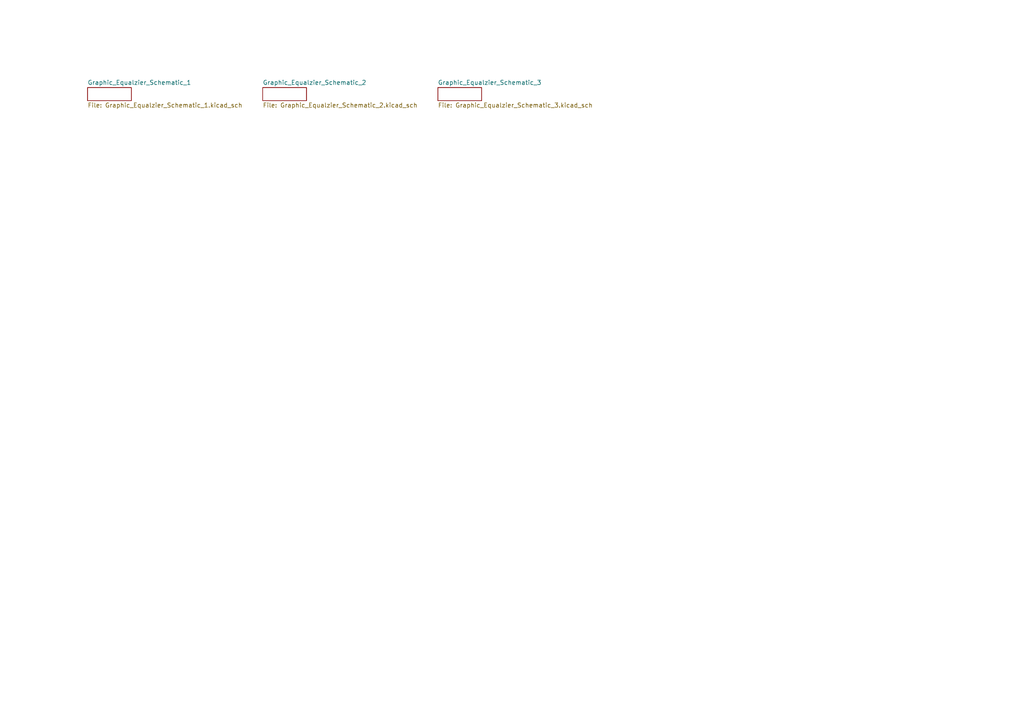
<source format=kicad_sch>
(kicad_sch (version 20211123) (generator eeschema)

  (uuid ce83728b-bebd-48c2-8734-b6a50d837931)

  (paper "A4")

  (lib_symbols
  )


  (sheet (at 25.4 25.4) (size 12.7 3.81) (fields_autoplaced)
    (stroke (width 0) (type solid) (color 0 0 0 0))
    (fill (color 0 0 0 0.0000))
    (uuid 00000000-0000-0000-0000-000061059fc9)
    (property "Sheet name" "Graphic_Equalzier_Schematic_1" (id 0) (at 25.4 24.6884 0)
      (effects (font (size 1.27 1.27)) (justify left bottom))
    )
    (property "Sheet file" "Graphic_Equalzier_Schematic_1.kicad_sch" (id 1) (at 25.4 29.7946 0)
      (effects (font (size 1.27 1.27)) (justify left top))
    )
  )

  (sheet (at 76.2 25.4) (size 12.7 3.81) (fields_autoplaced)
    (stroke (width 0) (type solid) (color 0 0 0 0))
    (fill (color 0 0 0 0.0000))
    (uuid 00000000-0000-0000-0000-00006105a17d)
    (property "Sheet name" "Graphic_Equalzier_Schematic_2" (id 0) (at 76.2 24.6884 0)
      (effects (font (size 1.27 1.27)) (justify left bottom))
    )
    (property "Sheet file" "Graphic_Equalzier_Schematic_2.kicad_sch" (id 1) (at 76.2 29.7946 0)
      (effects (font (size 1.27 1.27)) (justify left top))
    )
  )

  (sheet (at 127 25.4) (size 12.7 3.81) (fields_autoplaced)
    (stroke (width 0) (type solid) (color 0 0 0 0))
    (fill (color 0 0 0 0.0000))
    (uuid 00000000-0000-0000-0000-00006105a7d2)
    (property "Sheet name" "Graphic_Equalzier_Schematic_3" (id 0) (at 127 24.6884 0)
      (effects (font (size 1.27 1.27)) (justify left bottom))
    )
    (property "Sheet file" "Graphic_Equalzier_Schematic_3.kicad_sch" (id 1) (at 127 29.7946 0)
      (effects (font (size 1.27 1.27)) (justify left top))
    )
  )

  (sheet_instances
    (path "/" (page "1"))
    (path "/00000000-0000-0000-0000-000061059fc9" (page "2"))
    (path "/00000000-0000-0000-0000-00006105a17d" (page "3"))
    (path "/00000000-0000-0000-0000-00006105a7d2" (page "4"))
  )

  (symbol_instances
    (path "/00000000-0000-0000-0000-000061059fc9/00000000-0000-0000-0000-0000f54a36b8"
      (reference "#SUPPLY01") (unit 1) (value "VCC") (footprint "")
    )
    (path "/00000000-0000-0000-0000-000061059fc9/00000000-0000-0000-0000-000019032892"
      (reference "#SUPPLY02") (unit 1) (value "GND") (footprint "")
    )
    (path "/00000000-0000-0000-0000-000061059fc9/00000000-0000-0000-0000-00004f8e092b"
      (reference "#SUPPLY03") (unit 1) (value "GND") (footprint "")
    )
    (path "/00000000-0000-0000-0000-000061059fc9/00000000-0000-0000-0000-00001c9152c2"
      (reference "#SUPPLY04") (unit 1) (value "GND") (footprint "")
    )
    (path "/00000000-0000-0000-0000-000061059fc9/00000000-0000-0000-0000-000020b1ddde"
      (reference "#SUPPLY05") (unit 1) (value "VCC") (footprint "")
    )
    (path "/00000000-0000-0000-0000-000061059fc9/00000000-0000-0000-0000-0000a7cd5eb6"
      (reference "#SUPPLY06") (unit 1) (value "VCC") (footprint "")
    )
    (path "/00000000-0000-0000-0000-000061059fc9/00000000-0000-0000-0000-00002907e397"
      (reference "#SUPPLY07") (unit 1) (value "GND") (footprint "")
    )
    (path "/00000000-0000-0000-0000-000061059fc9/00000000-0000-0000-0000-000039566f8a"
      (reference "#SUPPLY08") (unit 1) (value "GND") (footprint "")
    )
    (path "/00000000-0000-0000-0000-000061059fc9/00000000-0000-0000-0000-0000b8640d54"
      (reference "#SUPPLY09") (unit 1) (value "GND") (footprint "")
    )
    (path "/00000000-0000-0000-0000-000061059fc9/00000000-0000-0000-0000-000028999800"
      (reference "#SUPPLY010") (unit 1) (value "VCC") (footprint "")
    )
    (path "/00000000-0000-0000-0000-000061059fc9/00000000-0000-0000-0000-0000e0b04c0e"
      (reference "#SUPPLY011") (unit 1) (value "GND") (footprint "")
    )
    (path "/00000000-0000-0000-0000-000061059fc9/00000000-0000-0000-0000-000031c2c8a5"
      (reference "#SUPPLY012") (unit 1) (value "GND") (footprint "")
    )
    (path "/00000000-0000-0000-0000-000061059fc9/00000000-0000-0000-0000-00008d803956"
      (reference "#SUPPLY013") (unit 1) (value "GND") (footprint "")
    )
    (path "/00000000-0000-0000-0000-000061059fc9/00000000-0000-0000-0000-0000c4643c99"
      (reference "#SUPPLY014") (unit 1) (value "GND") (footprint "")
    )
    (path "/00000000-0000-0000-0000-00006105a17d/00000000-0000-0000-0000-00002739b52f"
      (reference "#SUPPLY015") (unit 1) (value "VCC") (footprint "")
    )
    (path "/00000000-0000-0000-0000-00006105a17d/00000000-0000-0000-0000-000086f85ee9"
      (reference "#SUPPLY016") (unit 1) (value "GND") (footprint "")
    )
    (path "/00000000-0000-0000-0000-00006105a17d/00000000-0000-0000-0000-000026b7fe90"
      (reference "#SUPPLY017") (unit 1) (value "GND") (footprint "")
    )
    (path "/00000000-0000-0000-0000-00006105a17d/00000000-0000-0000-0000-0000c00d883a"
      (reference "#SUPPLY018") (unit 1) (value "GND") (footprint "")
    )
    (path "/00000000-0000-0000-0000-00006105a17d/00000000-0000-0000-0000-00009765d681"
      (reference "#SUPPLY019") (unit 1) (value "GND") (footprint "")
    )
    (path "/00000000-0000-0000-0000-00006105a17d/00000000-0000-0000-0000-000074256ee2"
      (reference "#SUPPLY020") (unit 1) (value "GND") (footprint "")
    )
    (path "/00000000-0000-0000-0000-00006105a17d/00000000-0000-0000-0000-00005f7bb948"
      (reference "#SUPPLY021") (unit 1) (value "VCC") (footprint "")
    )
    (path "/00000000-0000-0000-0000-00006105a17d/00000000-0000-0000-0000-000015c4ecc7"
      (reference "#SUPPLY022") (unit 1) (value "GND") (footprint "")
    )
    (path "/00000000-0000-0000-0000-00006105a17d/00000000-0000-0000-0000-0000f460be83"
      (reference "#SUPPLY023") (unit 1) (value "GND") (footprint "")
    )
    (path "/00000000-0000-0000-0000-00006105a17d/00000000-0000-0000-0000-000029bdd468"
      (reference "#SUPPLY024") (unit 1) (value "GND") (footprint "")
    )
    (path "/00000000-0000-0000-0000-00006105a17d/00000000-0000-0000-0000-0000517fcee6"
      (reference "#SUPPLY025") (unit 1) (value "GND") (footprint "")
    )
    (path "/00000000-0000-0000-0000-00006105a17d/00000000-0000-0000-0000-0000cb2ee093"
      (reference "#SUPPLY026") (unit 1) (value "GND") (footprint "")
    )
    (path "/00000000-0000-0000-0000-00006105a17d/00000000-0000-0000-0000-000019aa1eb1"
      (reference "#SUPPLY027") (unit 1) (value "VCC") (footprint "")
    )
    (path "/00000000-0000-0000-0000-00006105a17d/00000000-0000-0000-0000-0000390f8b27"
      (reference "#SUPPLY028") (unit 1) (value "GND") (footprint "")
    )
    (path "/00000000-0000-0000-0000-00006105a17d/00000000-0000-0000-0000-0000d637372c"
      (reference "#SUPPLY029") (unit 1) (value "GND") (footprint "")
    )
    (path "/00000000-0000-0000-0000-00006105a17d/00000000-0000-0000-0000-0000065db38d"
      (reference "#SUPPLY030") (unit 1) (value "GND") (footprint "")
    )
    (path "/00000000-0000-0000-0000-00006105a17d/00000000-0000-0000-0000-0000668ee308"
      (reference "#SUPPLY031") (unit 1) (value "GND") (footprint "")
    )
    (path "/00000000-0000-0000-0000-00006105a17d/00000000-0000-0000-0000-0000ed223f71"
      (reference "#SUPPLY032") (unit 1) (value "GND") (footprint "")
    )
    (path "/00000000-0000-0000-0000-00006105a17d/00000000-0000-0000-0000-0000c39e5e7f"
      (reference "#SUPPLY033") (unit 1) (value "VCC") (footprint "")
    )
    (path "/00000000-0000-0000-0000-00006105a17d/00000000-0000-0000-0000-0000e0252ff9"
      (reference "#SUPPLY034") (unit 1) (value "GND") (footprint "")
    )
    (path "/00000000-0000-0000-0000-00006105a17d/00000000-0000-0000-0000-0000c61ee066"
      (reference "#SUPPLY035") (unit 1) (value "GND") (footprint "")
    )
    (path "/00000000-0000-0000-0000-00006105a17d/00000000-0000-0000-0000-0000e3e40b96"
      (reference "#SUPPLY036") (unit 1) (value "GND") (footprint "")
    )
    (path "/00000000-0000-0000-0000-00006105a17d/00000000-0000-0000-0000-0000be152a2a"
      (reference "#SUPPLY037") (unit 1) (value "GND") (footprint "")
    )
    (path "/00000000-0000-0000-0000-00006105a17d/00000000-0000-0000-0000-000005643bc3"
      (reference "#SUPPLY038") (unit 1) (value "GND") (footprint "")
    )
    (path "/00000000-0000-0000-0000-00006105a7d2/00000000-0000-0000-0000-00009cd1bb76"
      (reference "#SUPPLY039") (unit 1) (value "VCC") (footprint "")
    )
    (path "/00000000-0000-0000-0000-00006105a7d2/00000000-0000-0000-0000-00009a077208"
      (reference "#SUPPLY040") (unit 1) (value "GND") (footprint "")
    )
    (path "/00000000-0000-0000-0000-00006105a7d2/00000000-0000-0000-0000-00004a937d01"
      (reference "#SUPPLY042") (unit 1) (value "GND") (footprint "")
    )
    (path "/00000000-0000-0000-0000-00006105a7d2/00000000-0000-0000-0000-0000714e506a"
      (reference "#SUPPLY044") (unit 1) (value "VCC") (footprint "")
    )
    (path "/00000000-0000-0000-0000-00006105a7d2/00000000-0000-0000-0000-00006114ff86"
      (reference "#SUPPLY0101") (unit 1) (value "GND") (footprint "")
    )
    (path "/00000000-0000-0000-0000-000061059fc9/00000000-0000-0000-0000-00006120cc91"
      (reference "2.5V1") (unit 1) (value "TestPoint") (footprint "TestPoint:TestPoint_THTPad_D2.0mm_Drill1.0mm")
    )
    (path "/00000000-0000-0000-0000-000061059fc9/00000000-0000-0000-0000-000024f56349"
      (reference "C1") (unit 1) (value "C-USC0805") (footprint "Graphic_Equalzier_Schematic:C0805")
    )
    (path "/00000000-0000-0000-0000-000061059fc9/00000000-0000-0000-0000-00004071d1f9"
      (reference "C2") (unit 1) (value "C-USC0805") (footprint "Graphic_Equalzier_Schematic:C0805")
    )
    (path "/00000000-0000-0000-0000-000061059fc9/00000000-0000-0000-0000-000000cb58e1"
      (reference "C3") (unit 1) (value "C-USC0805") (footprint "Graphic_Equalzier_Schematic:C0805")
    )
    (path "/00000000-0000-0000-0000-000061059fc9/00000000-0000-0000-0000-00008b5ad75a"
      (reference "C4") (unit 1) (value "C-USC0805") (footprint "Graphic_Equalzier_Schematic:C0805")
    )
    (path "/00000000-0000-0000-0000-00006105a17d/00000000-0000-0000-0000-0000a35c59bc"
      (reference "C5") (unit 1) (value ".01u") (footprint "Graphic_Equalzier_Schematic:C0805")
    )
    (path "/00000000-0000-0000-0000-00006105a17d/00000000-0000-0000-0000-00000cfd014e"
      (reference "C6") (unit 1) (value ".01u") (footprint "Graphic_Equalzier_Schematic:C0805")
    )
    (path "/00000000-0000-0000-0000-00006105a17d/00000000-0000-0000-0000-000049f108fa"
      (reference "C7") (unit 1) (value "22u") (footprint "Graphic_Equalzier_Schematic:C0805")
    )
    (path "/00000000-0000-0000-0000-00006105a17d/00000000-0000-0000-0000-00002f4b506d"
      (reference "C8") (unit 1) (value ".01u") (footprint "Graphic_Equalzier_Schematic:C0805")
    )
    (path "/00000000-0000-0000-0000-000061059fc9/00000000-0000-0000-0000-00007d4536d2"
      (reference "C9") (unit 1) (value "C-USC0805") (footprint "Graphic_Equalzier_Schematic:C0805")
    )
    (path "/00000000-0000-0000-0000-00006105a17d/00000000-0000-0000-0000-0000e6471815"
      (reference "C10") (unit 1) (value ".01u") (footprint "Graphic_Equalzier_Schematic:C0805")
    )
    (path "/00000000-0000-0000-0000-00006105a17d/00000000-0000-0000-0000-0000dc2bcd37"
      (reference "C11") (unit 1) (value ".01u") (footprint "Graphic_Equalzier_Schematic:C0805")
    )
    (path "/00000000-0000-0000-0000-00006105a17d/00000000-0000-0000-0000-0000c9f266b1"
      (reference "C12") (unit 1) (value "22u") (footprint "Graphic_Equalzier_Schematic:C0805")
    )
    (path "/00000000-0000-0000-0000-00006105a17d/00000000-0000-0000-0000-0000e10cb6a7"
      (reference "C13") (unit 1) (value ".01u") (footprint "Graphic_Equalzier_Schematic:C0805")
    )
    (path "/00000000-0000-0000-0000-00006105a17d/00000000-0000-0000-0000-00009d093897"
      (reference "C14") (unit 1) (value ".02u") (footprint "Graphic_Equalzier_Schematic:C0805")
    )
    (path "/00000000-0000-0000-0000-00006105a17d/00000000-0000-0000-0000-00004ef73ec9"
      (reference "C15") (unit 1) (value ".02u") (footprint "Graphic_Equalzier_Schematic:C0805")
    )
    (path "/00000000-0000-0000-0000-00006105a17d/00000000-0000-0000-0000-0000d5459529"
      (reference "C16") (unit 1) (value "22u") (footprint "Graphic_Equalzier_Schematic:C0805")
    )
    (path "/00000000-0000-0000-0000-00006105a17d/00000000-0000-0000-0000-0000ce46cd9a"
      (reference "C17") (unit 1) (value ".01u") (footprint "Graphic_Equalzier_Schematic:C0805")
    )
    (path "/00000000-0000-0000-0000-00006105a17d/00000000-0000-0000-0000-000015f8a7ba"
      (reference "C18") (unit 1) (value ".02u") (footprint "Graphic_Equalzier_Schematic:C0805")
    )
    (path "/00000000-0000-0000-0000-00006105a17d/00000000-0000-0000-0000-0000bea4d22f"
      (reference "C19") (unit 1) (value ".02u") (footprint "Graphic_Equalzier_Schematic:C0805")
    )
    (path "/00000000-0000-0000-0000-00006105a17d/00000000-0000-0000-0000-0000fc099bd3"
      (reference "C20") (unit 1) (value "22u") (footprint "Graphic_Equalzier_Schematic:C0805")
    )
    (path "/00000000-0000-0000-0000-00006105a17d/00000000-0000-0000-0000-0000a03cf4b5"
      (reference "C21") (unit 1) (value ".01u") (footprint "Graphic_Equalzier_Schematic:C0805")
    )
    (path "/00000000-0000-0000-0000-00006105a17d/00000000-0000-0000-0000-00008d048e76"
      (reference "C22") (unit 1) (value ".1u") (footprint "Graphic_Equalzier_Schematic:C0805")
    )
    (path "/00000000-0000-0000-0000-00006105a17d/00000000-0000-0000-0000-0000bef2916d"
      (reference "C23") (unit 1) (value ".1u") (footprint "Graphic_Equalzier_Schematic:C0805")
    )
    (path "/00000000-0000-0000-0000-00006105a17d/00000000-0000-0000-0000-00005a0a058d"
      (reference "C24") (unit 1) (value "22u") (footprint "Graphic_Equalzier_Schematic:C0805")
    )
    (path "/00000000-0000-0000-0000-00006105a17d/00000000-0000-0000-0000-00007205dfeb"
      (reference "C25") (unit 1) (value ".01u") (footprint "Graphic_Equalzier_Schematic:C0805")
    )
    (path "/00000000-0000-0000-0000-00006105a17d/00000000-0000-0000-0000-000023f321d9"
      (reference "C26") (unit 1) (value ".1u") (footprint "Graphic_Equalzier_Schematic:C0805")
    )
    (path "/00000000-0000-0000-0000-00006105a17d/00000000-0000-0000-0000-0000e408d1c4"
      (reference "C27") (unit 1) (value ".1u") (footprint "Graphic_Equalzier_Schematic:C0805")
    )
    (path "/00000000-0000-0000-0000-00006105a17d/00000000-0000-0000-0000-000086cf5ce3"
      (reference "C28") (unit 1) (value "22u") (footprint "Graphic_Equalzier_Schematic:C0805")
    )
    (path "/00000000-0000-0000-0000-00006105a17d/00000000-0000-0000-0000-000091f76140"
      (reference "C29") (unit 1) (value ".01u") (footprint "Graphic_Equalzier_Schematic:C0805")
    )
    (path "/00000000-0000-0000-0000-00006105a17d/00000000-0000-0000-0000-00003d2ccf2a"
      (reference "C30") (unit 1) (value ".1u") (footprint "Graphic_Equalzier_Schematic:C0805")
    )
    (path "/00000000-0000-0000-0000-00006105a17d/00000000-0000-0000-0000-00002af47781"
      (reference "C31") (unit 1) (value ".1u") (footprint "Graphic_Equalzier_Schematic:C0805")
    )
    (path "/00000000-0000-0000-0000-00006105a17d/00000000-0000-0000-0000-0000dbe20bf3"
      (reference "C32") (unit 1) (value "22u") (footprint "Graphic_Equalzier_Schematic:C0805")
    )
    (path "/00000000-0000-0000-0000-00006105a17d/00000000-0000-0000-0000-0000e6289810"
      (reference "C33") (unit 1) (value ".01u") (footprint "Graphic_Equalzier_Schematic:C0805")
    )
    (path "/00000000-0000-0000-0000-00006105a17d/00000000-0000-0000-0000-000073ea128d"
      (reference "C34") (unit 1) (value "1u") (footprint "Graphic_Equalzier_Schematic:C0805")
    )
    (path "/00000000-0000-0000-0000-00006105a17d/00000000-0000-0000-0000-00001cd19cfb"
      (reference "C35") (unit 1) (value "1u") (footprint "Graphic_Equalzier_Schematic:C0805")
    )
    (path "/00000000-0000-0000-0000-00006105a17d/00000000-0000-0000-0000-000074261c1f"
      (reference "C36") (unit 1) (value "22u") (footprint "Graphic_Equalzier_Schematic:C0805")
    )
    (path "/00000000-0000-0000-0000-00006105a17d/00000000-0000-0000-0000-00000c26a818"
      (reference "C37") (unit 1) (value ".01u") (footprint "Graphic_Equalzier_Schematic:C0805")
    )
    (path "/00000000-0000-0000-0000-00006105a17d/00000000-0000-0000-0000-0000612b6a85"
      (reference "C38") (unit 1) (value ".1u") (footprint "Graphic_Equalzier_Schematic:C0805")
    )
    (path "/00000000-0000-0000-0000-00006105a17d/00000000-0000-0000-0000-0000612c0872"
      (reference "C39") (unit 1) (value ".1u") (footprint "Graphic_Equalzier_Schematic:C0805")
    )
    (path "/00000000-0000-0000-0000-00006105a17d/00000000-0000-0000-0000-0000c78c3fbd"
      (reference "D1") (unit 1) (value "BAT54W-HG3-18") (footprint "Graphic_Equalzier_Schematic:SOD3716X135N")
    )
    (path "/00000000-0000-0000-0000-00006105a17d/00000000-0000-0000-0000-00000cade672"
      (reference "D2") (unit 1) (value "BAT54W-HG3-18") (footprint "Graphic_Equalzier_Schematic:SOD3716X135N")
    )
    (path "/00000000-0000-0000-0000-00006105a17d/00000000-0000-0000-0000-000093886c31"
      (reference "D3") (unit 1) (value "BAT54W-HG3-18") (footprint "Graphic_Equalzier_Schematic:SOD3716X135N")
    )
    (path "/00000000-0000-0000-0000-00006105a17d/00000000-0000-0000-0000-000004403a79"
      (reference "D4") (unit 1) (value "BAT54W-HG3-18") (footprint "Graphic_Equalzier_Schematic:SOD3716X135N")
    )
    (path "/00000000-0000-0000-0000-00006105a17d/00000000-0000-0000-0000-0000a8f36fed"
      (reference "D5") (unit 1) (value "BAT54W-HG3-18") (footprint "Graphic_Equalzier_Schematic:SOD3716X135N")
    )
    (path "/00000000-0000-0000-0000-00006105a17d/00000000-0000-0000-0000-00008d7f21e8"
      (reference "D6") (unit 1) (value "BAT54W-HG3-18") (footprint "Graphic_Equalzier_Schematic:SOD3716X135N")
    )
    (path "/00000000-0000-0000-0000-00006105a17d/00000000-0000-0000-0000-000011f28fee"
      (reference "D7") (unit 1) (value "BAT54W-HG3-18") (footprint "Graphic_Equalzier_Schematic:SOD3716X135N")
    )
    (path "/00000000-0000-0000-0000-00006105a17d/00000000-0000-0000-0000-000054b076e9"
      (reference "D8") (unit 1) (value "BAT54W-HG3-18") (footprint "Graphic_Equalzier_Schematic:SOD3716X135N")
    )
    (path "/00000000-0000-0000-0000-00006105a7d2/00000000-0000-0000-0000-0000c1877c4d"
      (reference "D9") (unit 1) (value "MMBD101LT1G") (footprint "Graphic_Equalzier_Schematic:SOT96P237X111-3N")
    )
    (path "/00000000-0000-0000-0000-00006105a7d2/00000000-0000-0000-0000-00008b1af466"
      (reference "D10") (unit 1) (value "MMBD101LT1G") (footprint "Graphic_Equalzier_Schematic:SOT96P237X111-3N")
    )
    (path "/00000000-0000-0000-0000-00006105a7d2/00000000-0000-0000-0000-0000ab7a9e27"
      (reference "D11") (unit 1) (value "MMBD101LT1G") (footprint "Graphic_Equalzier_Schematic:SOT96P237X111-3N")
    )
    (path "/00000000-0000-0000-0000-00006105a7d2/00000000-0000-0000-0000-0000b603868b"
      (reference "D12") (unit 1) (value "MMBD101LT1G") (footprint "Graphic_Equalzier_Schematic:SOT96P237X111-3N")
    )
    (path "/00000000-0000-0000-0000-00006105a7d2/00000000-0000-0000-0000-0000e5dd51dd"
      (reference "D13") (unit 1) (value "MMBD101LT1G") (footprint "Graphic_Equalzier_Schematic:SOT96P237X111-3N")
    )
    (path "/00000000-0000-0000-0000-00006105a7d2/00000000-0000-0000-0000-00002984713a"
      (reference "D14") (unit 1) (value "MMBD101LT1G") (footprint "Graphic_Equalzier_Schematic:SOT96P237X111-3N")
    )
    (path "/00000000-0000-0000-0000-00006105a7d2/00000000-0000-0000-0000-0000093b9cd1"
      (reference "D15") (unit 1) (value "MMBD101LT1G") (footprint "Graphic_Equalzier_Schematic:SOT96P237X111-3N")
    )
    (path "/00000000-0000-0000-0000-00006105a7d2/00000000-0000-0000-0000-00004ab03efc"
      (reference "D16") (unit 1) (value "MMBD101LT1G") (footprint "Graphic_Equalzier_Schematic:SOT96P237X111-3N")
    )
    (path "/00000000-0000-0000-0000-000061059fc9/00000000-0000-0000-0000-00006120bb3c"
      (reference "GND1") (unit 1) (value "TestPoint") (footprint "TestPoint:TestPoint_THTPad_D2.0mm_Drill1.0mm")
    )
    (path "/00000000-0000-0000-0000-000061059fc9/00000000-0000-0000-0000-00006120d711"
      (reference "GND2") (unit 1) (value "TestPoint") (footprint "TestPoint:TestPoint_THTPad_D2.0mm_Drill1.0mm")
    )
    (path "/00000000-0000-0000-0000-000061059fc9/00000000-0000-0000-0000-000022f7723e"
      (reference "IC1") (unit 1) (value "TLV2371IP") (footprint "Graphic_Equalzier_Schematic:DIP794W53P254L959H508Q8N")
    )
    (path "/00000000-0000-0000-0000-000061059fc9/00000000-0000-0000-0000-0000bc34dc86"
      (reference "IC2") (unit 1) (value "MCP1700T-2502E_TT") (footprint "Graphic_Equalzier_Schematic:SOT95P237X112-3N")
    )
    (path "/00000000-0000-0000-0000-000061059fc9/00000000-0000-0000-0000-0000b686635d"
      (reference "IC3") (unit 1) (value "MCP1700T-2502E_TT") (footprint "Graphic_Equalzier_Schematic:SOT95P237X112-3N")
    )
    (path "/00000000-0000-0000-0000-00006105a17d/00000000-0000-0000-0000-0000fa55f29d"
      (reference "IC4") (unit 1) (value "TLV2372IP") (footprint "Graphic_Equalzier_Schematic:DIP794W53P254L959H508Q8N")
    )
    (path "/00000000-0000-0000-0000-00006105a17d/00000000-0000-0000-0000-0000eca671c6"
      (reference "IC5") (unit 1) (value "TLV2372IP") (footprint "Graphic_Equalzier_Schematic:DIP794W53P254L959H508Q8N")
    )
    (path "/00000000-0000-0000-0000-00006105a17d/00000000-0000-0000-0000-00000ee5647e"
      (reference "IC6") (unit 1) (value "TLV2372IP") (footprint "Graphic_Equalzier_Schematic:DIP794W53P254L959H508Q8N")
    )
    (path "/00000000-0000-0000-0000-00006105a17d/00000000-0000-0000-0000-00003268441d"
      (reference "IC7") (unit 1) (value "TLV2372IP") (footprint "Graphic_Equalzier_Schematic:DIP794W53P254L959H508Q8N")
    )
    (path "/00000000-0000-0000-0000-00006105a7d2/00000000-0000-0000-0000-0000f533e679"
      (reference "IC8") (unit 1) (value "MAX4617CPE+") (footprint "Graphic_Equalzier_Schematic:DIP794W56P254L1918H457Q16N")
    )
    (path "/00000000-0000-0000-0000-000061059fc9/00000000-0000-0000-0000-0000449c7c68"
      (reference "J1") (unit 1) (value "SJ1-3523N") (footprint "Graphic_Equalzier_Schematic:SJ13523N")
    )
    (path "/00000000-0000-0000-0000-000061059fc9/00000000-0000-0000-0000-0000c3e76336"
      (reference "J2") (unit 1) (value "SJ1-3523N") (footprint "Graphic_Equalzier_Schematic:SJ13523N")
    )
    (path "/00000000-0000-0000-0000-000061059fc9/00000000-0000-0000-0000-0000b665fda9"
      (reference "J3") (unit 1) (value "10033526-N3212LF") (footprint "Graphic_Equalzier_Schematic:10033526N3212LF")
    )
    (path "/00000000-0000-0000-0000-00006105a17d/00000000-0000-0000-0000-000054673866"
      (reference "R1") (unit 1) (value "4750") (footprint "Graphic_Equalzier_Schematic:R0805")
    )
    (path "/00000000-0000-0000-0000-00006105a17d/00000000-0000-0000-0000-0000855fdfdb"
      (reference "R2") (unit 1) (value "23700") (footprint "Graphic_Equalzier_Schematic:R0805")
    )
    (path "/00000000-0000-0000-0000-00006105a17d/00000000-0000-0000-0000-0000a00bd228"
      (reference "R3") (unit 1) (value "267") (footprint "Graphic_Equalzier_Schematic:R0805")
    )
    (path "/00000000-0000-0000-0000-00006105a17d/00000000-0000-0000-0000-0000ba9f59f4"
      (reference "R4") (unit 1) (value "100k") (footprint "Graphic_Equalzier_Schematic:R0805")
    )
    (path "/00000000-0000-0000-0000-000061059fc9/00000000-0000-0000-0000-0000cae48b39"
      (reference "R5") (unit 1) (value "R-US_R0805") (footprint "Graphic_Equalzier_Schematic:R0805")
    )
    (path "/00000000-0000-0000-0000-000061059fc9/00000000-0000-0000-0000-00001be7e303"
      (reference "R6") (unit 1) (value "R-US_R0805") (footprint "Graphic_Equalzier_Schematic:R0805")
    )
    (path "/00000000-0000-0000-0000-000061059fc9/00000000-0000-0000-0000-0000e67a151d"
      (reference "R7") (unit 1) (value "R-US_R0805") (footprint "Graphic_Equalzier_Schematic:R0805")
    )
    (path "/00000000-0000-0000-0000-000061059fc9/00000000-0000-0000-0000-00003b37d644"
      (reference "R8") (unit 1) (value "R-US_R0805") (footprint "Graphic_Equalzier_Schematic:R0805")
    )
    (path "/00000000-0000-0000-0000-00006105a17d/00000000-0000-0000-0000-0000295f0d93"
      (reference "R9") (unit 1) (value "10000") (footprint "Graphic_Equalzier_Schematic:R0805")
    )
    (path "/00000000-0000-0000-0000-00006105a17d/00000000-0000-0000-0000-0000cb121278"
      (reference "R10") (unit 1) (value "47500") (footprint "Graphic_Equalzier_Schematic:R0805")
    )
    (path "/00000000-0000-0000-0000-00006105a17d/00000000-0000-0000-0000-00003d3c6285"
      (reference "R11") (unit 1) (value "348") (footprint "Graphic_Equalzier_Schematic:R0805")
    )
    (path "/00000000-0000-0000-0000-00006105a17d/00000000-0000-0000-0000-0000f26279ce"
      (reference "R12") (unit 1) (value "100k") (footprint "Graphic_Equalzier_Schematic:R0805")
    )
    (path "/00000000-0000-0000-0000-00006105a17d/00000000-0000-0000-0000-00005d2526fc"
      (reference "R13") (unit 1) (value "7500") (footprint "Resistor_SMD:R_0805_2012Metric_Pad1.20x1.40mm_HandSolder")
    )
    (path "/00000000-0000-0000-0000-00006105a17d/00000000-0000-0000-0000-000052b5c5d8"
      (reference "R14") (unit 1) (value "34800") (footprint "Graphic_Equalzier_Schematic:R0805")
    )
    (path "/00000000-0000-0000-0000-00006105a17d/00000000-0000-0000-0000-0000e6a0be1a"
      (reference "R15") (unit 1) (value "301") (footprint "Graphic_Equalzier_Schematic:R0805")
    )
    (path "/00000000-0000-0000-0000-00006105a17d/00000000-0000-0000-0000-00009dd04142"
      (reference "R16") (unit 1) (value "100k") (footprint "Graphic_Equalzier_Schematic:R0805")
    )
    (path "/00000000-0000-0000-0000-00006105a17d/00000000-0000-0000-0000-0000a79f8441"
      (reference "R17") (unit 1) (value "10000") (footprint "Graphic_Equalzier_Schematic:R0805")
    )
    (path "/00000000-0000-0000-0000-00006105a17d/00000000-0000-0000-0000-0000368e8eaa"
      (reference "R18") (unit 1) (value "54900") (footprint "Graphic_Equalzier_Schematic:R0805")
    )
    (path "/00000000-0000-0000-0000-00006105a17d/00000000-0000-0000-0000-00007fe27201"
      (reference "R19") (unit 1) (value "806") (footprint "Graphic_Equalzier_Schematic:R0805")
    )
    (path "/00000000-0000-0000-0000-00006105a17d/00000000-0000-0000-0000-000061da09e4"
      (reference "R20") (unit 1) (value "100k") (footprint "Graphic_Equalzier_Schematic:R0805")
    )
    (path "/00000000-0000-0000-0000-00006105a17d/00000000-0000-0000-0000-0000067f0f3d"
      (reference "R21") (unit 1) (value "4990") (footprint "Graphic_Equalzier_Schematic:R0805")
    )
    (path "/00000000-0000-0000-0000-00006105a17d/00000000-0000-0000-0000-0000acf76585"
      (reference "R22") (unit 1) (value "23700") (footprint "Graphic_Equalzier_Schematic:R0805")
    )
    (path "/00000000-0000-0000-0000-00006105a17d/00000000-0000-0000-0000-0000529ae39c"
      (reference "R23") (unit 1) (value "267") (footprint "Graphic_Equalzier_Schematic:R0805")
    )
    (path "/00000000-0000-0000-0000-00006105a17d/00000000-0000-0000-0000-00007aa300d2"
      (reference "R24") (unit 1) (value "100k") (footprint "Graphic_Equalzier_Schematic:R0805")
    )
    (path "/00000000-0000-0000-0000-00006105a17d/00000000-0000-0000-0000-0000c18e2b58"
      (reference "R25") (unit 1) (value "7500") (footprint "Graphic_Equalzier_Schematic:R0805")
    )
    (path "/00000000-0000-0000-0000-00006105a17d/00000000-0000-0000-0000-000053166c08"
      (reference "R26") (unit 1) (value "40200") (footprint "Graphic_Equalzier_Schematic:R0805")
    )
    (path "/00000000-0000-0000-0000-00006105a17d/00000000-0000-0000-0000-00005f2c84b3"
      (reference "R27") (unit 1) (value "402") (footprint "Graphic_Equalzier_Schematic:R0805")
    )
    (path "/00000000-0000-0000-0000-00006105a17d/00000000-0000-0000-0000-0000a39a2b98"
      (reference "R28") (unit 1) (value "100k") (footprint "Graphic_Equalzier_Schematic:R0805")
    )
    (path "/00000000-0000-0000-0000-00006105a17d/00000000-0000-0000-0000-0000c91f6436"
      (reference "R29") (unit 1) (value "7500") (footprint "Graphic_Equalzier_Schematic:R0805")
    )
    (path "/00000000-0000-0000-0000-00006105a17d/00000000-0000-0000-0000-0000a4326512"
      (reference "R30") (unit 1) (value "35700") (footprint "Graphic_Equalzier_Schematic:R0805")
    )
    (path "/00000000-0000-0000-0000-00006105a17d/00000000-0000-0000-0000-00009fbd1dde"
      (reference "R31") (unit 1) (value "267") (footprint "Graphic_Equalzier_Schematic:R0805")
    )
    (path "/00000000-0000-0000-0000-00006105a17d/00000000-0000-0000-0000-0000a06ab8e7"
      (reference "R32") (unit 1) (value "100k") (footprint "Graphic_Equalzier_Schematic:R0805")
    )
    (path "/00000000-0000-0000-0000-00006105a17d/00000000-0000-0000-0000-0000589b4207"
      (reference "R33") (unit 1) (value "1210") (footprint "Graphic_Equalzier_Schematic:R0805")
    )
    (path "/00000000-0000-0000-0000-00006105a17d/00000000-0000-0000-0000-0000b2c6fd0f"
      (reference "R34") (unit 1) (value "6040") (footprint "Graphic_Equalzier_Schematic:R0805")
    )
    (path "/00000000-0000-0000-0000-00006105a17d/00000000-0000-0000-0000-0000576a4706"
      (reference "R35") (unit 1) (value "402") (footprint "Graphic_Equalzier_Schematic:R0805")
    )
    (path "/00000000-0000-0000-0000-00006105a17d/00000000-0000-0000-0000-00005910e679"
      (reference "R36") (unit 1) (value "100k") (footprint "Graphic_Equalzier_Schematic:R0805")
    )
    (path "/00000000-0000-0000-0000-00006105a17d/00000000-0000-0000-0000-0000610c7927"
      (reference "R37") (unit 1) (value "R-US_R0805") (footprint "Graphic_Equalzier_Schematic:R0805")
    )
    (path "/00000000-0000-0000-0000-00006105a17d/00000000-0000-0000-0000-00006115dcc9"
      (reference "R38") (unit 1) (value "R-US_R0805") (footprint "Graphic_Equalzier_Schematic:R0805")
    )
    (path "/00000000-0000-0000-0000-00006105a17d/00000000-0000-0000-0000-0000610e339f"
      (reference "R39") (unit 1) (value "R-US_R0805") (footprint "Graphic_Equalzier_Schematic:R0805")
    )
    (path "/00000000-0000-0000-0000-00006105a17d/00000000-0000-0000-0000-0000611793ee"
      (reference "R40") (unit 1) (value "R-US_R0805") (footprint "Graphic_Equalzier_Schematic:R0805")
    )
    (path "/00000000-0000-0000-0000-00006105a17d/00000000-0000-0000-0000-000061194f5c"
      (reference "R41") (unit 1) (value "R-US_R0805") (footprint "Graphic_Equalzier_Schematic:R0805")
    )
    (path "/00000000-0000-0000-0000-00006105a17d/00000000-0000-0000-0000-0000611134d6"
      (reference "R42") (unit 1) (value "R-US_R0805") (footprint "Graphic_Equalzier_Schematic:R0805")
    )
    (path "/00000000-0000-0000-0000-00006105a17d/00000000-0000-0000-0000-0000611a72cd"
      (reference "R43") (unit 1) (value "R-US_R0805") (footprint "Graphic_Equalzier_Schematic:R0805")
    )
    (path "/00000000-0000-0000-0000-00006105a17d/00000000-0000-0000-0000-00006112ee1c"
      (reference "R44") (unit 1) (value "R-US_R0805") (footprint "Graphic_Equalzier_Schematic:R0805")
    )
    (path "/00000000-0000-0000-0000-000061059fc9/00000000-0000-0000-0000-0000610ac41f"
      (reference "R45") (unit 1) (value "R-US_R0805") (footprint "Graphic_Equalzier_Schematic:R0805")
    )
    (path "/00000000-0000-0000-0000-00006105a7d2/00000000-0000-0000-0000-0000610cc15e"
      (reference "R46") (unit 1) (value "R-US_R0805") (footprint "Graphic_Equalzier_Schematic:R0805")
    )
    (path "/00000000-0000-0000-0000-00006105a7d2/00000000-0000-0000-0000-00006114c93a"
      (reference "R47") (unit 1) (value "R-US_R0805") (footprint "Graphic_Equalzier_Schematic:R0805")
    )
    (path "/00000000-0000-0000-0000-00006105a7d2/00000000-0000-0000-0000-00006111b27b"
      (reference "SIG1") (unit 1) (value "SIG") (footprint "TestPoint:TestPoint_THTPad_D2.0mm_Drill1.0mm")
    )
    (path "/00000000-0000-0000-0000-00006105a7d2/00000000-0000-0000-0000-000089e33a62"
      (reference "U$1") (unit 1) (value "ESP32DEVKITV1") (footprint "Graphic_Equalzier_Schematic:ESP32-DEVKITV1")
    )
    (path "/00000000-0000-0000-0000-000061059fc9/00000000-0000-0000-0000-00006120c64f"
      (reference "VGND1") (unit 1) (value "TestPoint") (footprint "TestPoint:TestPoint_THTPad_D2.0mm_Drill1.0mm")
    )
    (path "/00000000-0000-0000-0000-000061059fc9/00000000-0000-0000-0000-0000611c0b2c"
      (reference "Vcc1") (unit 1) (value "TestPoint") (footprint "TestPoint:TestPoint_THTPad_D2.0mm_Drill1.0mm")
    )
  )
)

</source>
